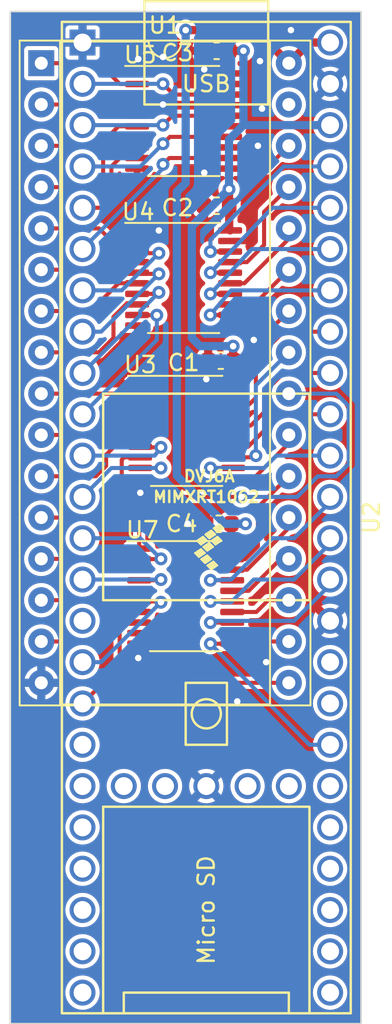
<source format=kicad_pcb>
(kicad_pcb (version 20221018) (generator pcbnew)
  (layers (0 "F.Cu" signal) (31 "B.Cu" signal) (34 "B.Paste" user) (35 "F.Paste" user) (36 "B.SilkS" user "B.Silkscreen") (37 "F.SilkS" user "F.Silkscreen") (38 "B.Mask" user) (39 "F.Mask" user) (44 "Edge.Cuts" user))
  (net 0 "")
  (net 1 "+3.3V")
  (net 2 "GND")
  (net 3 "+5V")
  (net 4 "V5_A18")
  (net 5 "V5_A16")
  (net 6 "V5_A15")
  (net 7 "V5_A12")
  (net 8 "V5_A7")
  (net 9 "V5_A6")
  (net 10 "V5_A5")
  (net 11 "V5_A4")
  (net 12 "V5_A3")
  (net 13 "V5_A2")
  (net 14 "V5_A1")
  (net 15 "V5_A0")
  (net 16 "V5_D0")
  (net 17 "V5_D1")
  (net 18 "V5_D2")
  (net 19 "V5_D3")
  (net 20 "V5_D4")
  (net 21 "V5_D5")
  (net 22 "V5_D6")
  (net 23 "V5_D7")
  (net 24 "~{CE}")
  (net 25 "V5_A10")
  (net 26 "~{OE}")
  (net 27 "V5_A11")
  (net 28 "V5_A9")
  (net 29 "V5_A8")
  (net 30 "V5_A13")
  (net 31 "V5_A14")
  (net 32 "V5_A17")
  (net 34 "V3_A8")
  (net 35 "V3_A6")
  (net 36 "V3_A2")
  (net 37 "V3_A1")
  (net 38 "V3_A0")
  (net 39 "V3_A15")
  (net 40 "V3_A14")
  (net 41 "V3_A12")
  (net 42 "V3_A13")
  (net 43 "V3_A7")
  (net 44 "V3_A5")
  (net 45 "V3_A11")
  (net 46 "V3_A4")
  (net 47 "V3_A10")
  (net 48 "V3_A3")
  (net 61 "V3_A16")
  (net 64 "V3_A18")
  (net 65 "V3_A17")
  (net 69 "V3_D3")
  (net 70 "V3_D4")
  (net 71 "V3_D5")
  (net 72 "V3_D6")
  (net 73 "V3_D7")
  (net 74 "V3_D2")
  (net 75 "V3_D1")
  (net 76 "V3_D0")
  (net 83 "V3_A9")
  (footprint "Capacitor_SMD:C_0603_1608Metric" (layer "F.Cu") (at 136.779 98.298 180)
    (fp_text reference "C1" (at 2.286 -0.127) (layer "F.SilkS"))
    (fp_text value ".1uF")
    (pad "1" smd roundrect (at -0.775 0 180) (size 0.9 0.95) (layers "F.Cu" "F.Paste" "F.Mask") (net 1 "+3.3V"))
    (pad "2" smd roundrect (at 0.775 0 180) (size 0.9 0.95) (layers "F.Cu" "F.Paste" "F.Mask") (net 2 "GND"))
  )
  (footprint "Libraries:Teensy41_Fewer_Pins" (layer "F.Cu") (at 135.89 107.95 -90)
    (fp_text reference "U2" (at 0 -10.16 90) (layer "F.SilkS"))
    (fp_text value "Teensy4.1_Fewer_Pins")
    (fp_text user "DVJ6A" (at -2.54 -0.18) (layer "F.SilkS") (effects (font (size 0.7 0.7))))
    (fp_text user "USB" (at -26.67 0) (layer "F.SilkS"))
    (fp_text user "Micro SD" (at 24.13 0 90) (layer "F.SilkS"))
    (fp_text user "MIMXRT1062" (at -1.27 0) (layer "F.SilkS") (effects (font (size 0.7 0.7))))
    (pad "1" thru_hole rect (at -29.21 7.62 270) (size 1.6 1.6) (drill 1.1) (layers "*.Cu" "*.Mask") (net 2 "GND"))
    (pad "2" thru_hole circle (at -26.67 7.62 270) (size 1.6 1.6) (drill 1.1) (layers "*.Cu" "*.Mask") (net 64 "V3_A18"))
    (pad "3" thru_hole circle (at -24.13 7.62 270) (size 1.6 1.6) (drill 1.1) (layers "*.Cu" "*.Mask") (net 61 "V3_A16"))
    (pad "4" thru_hole circle (at -21.59 7.62 270) (size 1.6 1.6) (drill 1.1) (layers "*.Cu" "*.Mask") (net 39 "V3_A15"))
    (pad "5" thru_hole circle (at -19.05 7.62 270) (size 1.6 1.6) (drill 1.1) (layers "*.Cu" "*.Mask") (net 65 "V3_A17"))
    (pad "6" thru_hole circle (at -16.51 7.62 270) (size 1.6 1.6) (drill 1.1) (layers "*.Cu" "*.Mask") (net 41 "V3_A12"))
    (pad "7" thru_hole circle (at -13.97 7.62 270) (size 1.6 1.6) (drill 1.1) (layers "*.Cu" "*.Mask") (net 40 "V3_A14"))
    (pad "8" thru_hole circle (at -11.43 7.62 270) (size 1.6 1.6) (drill 1.1) (layers "*.Cu" "*.Mask") (net 42 "V3_A13"))
    (pad "9" thru_hole circle (at -8.89 7.62 270) (size 1.6 1.6) (drill 1.1) (layers "*.Cu" "*.Mask") (net 34 "V3_A8"))
    (pad "10" thru_hole circle (at -6.35 7.62 270) (size 1.6 1.6) (drill 1.1) (layers "*.Cu" "*.Mask") (net 83 "V3_A9"))
    (pad "11" thru_hole circle (at -3.81 7.62 270) (size 1.6 1.6) (drill 1.1) (layers "*.Cu" "*.Mask") (net 45 "V3_A11"))
    (pad "12" thru_hole circle (at -1.27 7.62 270) (size 1.6 1.6) (drill 1.1) (layers "*.Cu" "*.Mask") (net 47 "V3_A10"))
    (pad "13" thru_hole circle (at 1.27 7.62 270) (size 1.6 1.6) (drill 1.1) (layers "*.Cu" "*.Mask") (net 73 "V3_D7"))
    (pad "14" thru_hole circle (at 3.81 7.62 270) (size 1.6 1.6) (drill 1.1) (layers "*.Cu" "*.Mask") (net 72 "V3_D6"))
    (pad "15" thru_hole circle (at 6.35 7.62 270) (size 1.6 1.6) (drill 1.1) (layers "*.Cu" "*.Mask"))
    (pad "16" thru_hole circle (at 8.89 7.62 270) (size 1.6 1.6) (drill 1.1) (layers "*.Cu" "*.Mask") (net 71 "V3_D5"))
    (pad "17" thru_hole circle (at 11.43 7.62 270) (size 1.6 1.6) (drill 1.1) (layers "*.Cu" "*.Mask") (net 70 "V3_D4"))
    (pad "18" thru_hole circle (at 13.97 7.62 270) (size 1.6 1.6) (drill 1.1) (layers "*.Cu" "*.Mask"))
    (pad "19" thru_hole circle (at 16.51 7.62 270) (size 1.6 1.6) (drill 1.1) (layers "*.Cu" "*.Mask"))
    (pad "20" thru_hole circle (at 19.05 7.62 270) (size 1.6 1.6) (drill 1.1) (layers "*.Cu" "*.Mask"))
    (pad "21" thru_hole circle (at 21.59 7.62 270) (size 1.6 1.6) (drill 1.1) (layers "*.Cu" "*.Mask"))
    (pad "22" thru_hole circle (at 24.13 7.62 270) (size 1.6 1.6) (drill 1.1) (layers "*.Cu" "*.Mask"))
    (pad "23" thru_hole circle (at 26.67 7.62 270) (size 1.6 1.6) (drill 1.1) (layers "*.Cu" "*.Mask"))
    (pad "24" thru_hole circle (at 29.21 7.62 270) (size 1.6 1.6) (drill 1.1) (layers "*.Cu" "*.Mask"))
    (pad "25" thru_hole circle (at 29.21 -7.62 270) (size 1.6 1.6) (drill 1.1) (layers "*.Cu" "*.Mask"))
    (pad "26" thru_hole circle (at 26.67 -7.62 270) (size 1.6 1.6) (drill 1.1) (layers "*.Cu" "*.Mask"))
    (pad "27" thru_hole circle (at 24.13 -7.62 270) (size 1.6 1.6) (drill 1.1) (layers "*.Cu" "*.Mask"))
    (pad "28" thru_hole circle (at 21.59 -7.62 270) (size 1.6 1.6) (drill 1.1) (layers "*.Cu" "*.Mask"))
    (pad "29" thru_hole circle (at 19.05 -7.62 270) (size 1.6 1.6) (drill 1.1) (layers "*.Cu" "*.Mask"))
    (pad "30" thru_hole circle (at 16.51 -7.62 270) (size 1.6 1.6) (drill 1.1) (layers "*.Cu" "*.Mask"))
    (pad "31" thru_hole circle (at 13.97 -7.62 270) (size 1.6 1.6) (drill 1.1) (layers "*.Cu" "*.Mask") (net 69 "V3_D3"))
    (pad "32" thru_hole circle (at 11.43 -7.62 270) (size 1.6 1.6) (drill 1.1) (layers "*.Cu" "*.Mask"))
    (pad "33" thru_hole circle (at 8.89 -7.62 270) (size 1.6 1.6) (drill 1.1) (layers "*.Cu" "*.Mask"))
    (pad "34" thru_hole circle (at 6.35 -7.62 270) (size 1.6 1.6) (drill 1.1) (layers "*.Cu" "*.Mask") (net 2 "GND"))
    (pad "35" thru_hole circle (at 3.81 -7.62 270) (size 1.6 1.6) (drill 1.1) (layers "*.Cu" "*.Mask") (net 74 "V3_D2"))
    (pad "36" thru_hole circle (at 1.27 -7.62 270) (size 1.6 1.6) (drill 1.1) (layers "*.Cu" "*.Mask") (net 75 "V3_D1"))
    (pad "37" thru_hole circle (at -1.27 -7.62 270) (size 1.6 1.6) (drill 1.1) (layers "*.Cu" "*.Mask") (net 76 "V3_D0"))
    (pad "38" thru_hole circle (at -3.81 -7.62 270) (size 1.6 1.6) (drill 1.1) (layers "*.Cu" "*.Mask") (net 38 "V3_A0"))
    (pad "39" thru_hole circle (at -6.35 -7.62 270) (size 1.6 1.6) (drill 1.1) (layers "*.Cu" "*.Mask") (net 37 "V3_A1"))
    (pad "40" thru_hole circle (at -8.89 -7.62 270) (size 1.6 1.6) (drill 1.1) (layers "*.Cu" "*.Mask") (net 36 "V3_A2"))
    (pad "41" thru_hole circle (at -11.43 -7.62 270) (size 1.6 1.6) (drill 1.1) (layers "*.Cu" "*.Mask") (net 48 "V3_A3"))
    (pad "42" thru_hole circle (at -13.97 -7.62 270) (size 1.6 1.6) (drill 1.1) (layers "*.Cu" "*.Mask") (net 46 "V3_A4"))
    (pad "43" thru_hole circle (at -16.51 -7.62 270) (size 1.6 1.6) (drill 1.1) (layers "*.Cu" "*.Mask") (net 44 "V3_A5"))
    (pad "44" thru_hole circle (at -19.05 -7.62 270) (size 1.6 1.6) (drill 1.1) (layers "*.Cu" "*.Mask") (net 35 "V3_A6"))
    (pad "45" thru_hole circle (at -21.59 -7.62 270) (size 1.6 1.6) (drill 1.1) (layers "*.Cu" "*.Mask") (net 43 "V3_A7"))
    (pad "46" thru_hole circle (at -24.13 -7.62 270) (size 1.6 1.6) (drill 1.1) (layers "*.Cu" "*.Mask") (net 1 "+3.3V"))
    (pad "47" thru_hole circle (at -26.67 -7.62 270) (size 1.6 1.6) (drill 1.1) (layers "*.Cu" "*.Mask") (net 2 "GND"))
    (pad "48" thru_hole circle (at -29.21 -7.62 270) (size 1.6 1.6) (drill 1.1) (layers "*.Cu" "*.Mask") (net 3 "+5V"))
    (pad "50" thru_hole circle (at 16.51 5.08 270) (size 1.6 1.6) (drill 1.1) (layers "*.Cu" "*.Mask"))
    (pad "51" thru_hole circle (at 16.51 2.54 270) (size 1.6 1.6) (drill 1.1) (layers "*.Cu" "*.Mask"))
    (pad "52" thru_hole circle (at 16.51 0 270) (size 1.6 1.6) (drill 1.1) (layers "*.Cu" "*.Mask") (net 2 "GND"))
    (pad "53" thru_hole circle (at 16.51 -2.54 270) (size 1.6 1.6) (drill 1.1) (layers "*.Cu" "*.Mask"))
    (pad "54" thru_hole circle (at 16.51 -5.08 270) (size 1.6 1.6) (drill 1.1) (layers "*.Cu" "*.Mask"))
  )
  (footprint "Package_DIP:DIP-32_W15.24mm_Socket" (layer "F.Cu") (at 125.73 80.01)
    (fp_text reference "U1" (at 7.62 -2.33) (layer "F.SilkS"))
    (fp_text value "SST39SF040")
    (pad "1" thru_hole rect (at 0 0) (size 1.6 1.6) (drill 0.8) (layers "*.Cu" "*.Mask") (net 4 "V5_A18"))
    (pad "2" thru_hole oval (at 0 2.54) (size 1.6 1.6) (drill 0.8) (layers "*.Cu" "*.Mask") (net 5 "V5_A16"))
    (pad "3" thru_hole oval (at 0 5.08) (size 1.6 1.6) (drill 0.8) (layers "*.Cu" "*.Mask") (net 6 "V5_A15"))
    (pad "4" thru_hole oval (at 0 7.62) (size 1.6 1.6) (drill 0.8) (layers "*.Cu" "*.Mask") (net 7 "V5_A12"))
    (pad "5" thru_hole oval (at 0 10.16) (size 1.6 1.6) (drill 0.8) (layers "*.Cu" "*.Mask") (net 8 "V5_A7"))
    (pad "6" thru_hole oval (at 0 12.7) (size 1.6 1.6) (drill 0.8) (layers "*.Cu" "*.Mask") (net 9 "V5_A6"))
    (pad "7" thru_hole oval (at 0 15.24) (size 1.6 1.6) (drill 0.8) (layers "*.Cu" "*.Mask") (net 10 "V5_A5"))
    (pad "8" thru_hole oval (at 0 17.78) (size 1.6 1.6) (drill 0.8) (layers "*.Cu" "*.Mask") (net 11 "V5_A4"))
    (pad "9" thru_hole oval (at 0 20.32) (size 1.6 1.6) (drill 0.8) (layers "*.Cu" "*.Mask") (net 12 "V5_A3"))
    (pad "10" thru_hole oval (at 0 22.86) (size 1.6 1.6) (drill 0.8) (layers "*.Cu" "*.Mask") (net 13 "V5_A2"))
    (pad "11" thru_hole oval (at 0 25.4) (size 1.6 1.6) (drill 0.8) (layers "*.Cu" "*.Mask") (net 14 "V5_A1"))
    (pad "12" thru_hole oval (at 0 27.94) (size 1.6 1.6) (drill 0.8) (layers "*.Cu" "*.Mask") (net 15 "V5_A0"))
    (pad "13" thru_hole oval (at 0 30.48) (size 1.6 1.6) (drill 0.8) (layers "*.Cu" "*.Mask") (net 16 "V5_D0"))
    (pad "14" thru_hole oval (at 0 33.02) (size 1.6 1.6) (drill 0.8) (layers "*.Cu" "*.Mask") (net 17 "V5_D1"))
    (pad "15" thru_hole oval (at 0 35.56) (size 1.6 1.6) (drill 0.8) (layers "*.Cu" "*.Mask") (net 18 "V5_D2"))
    (pad "16" thru_hole oval (at 0 38.1) (size 1.6 1.6) (drill 0.8) (layers "*.Cu" "*.Mask") (net 2 "GND"))
    (pad "17" thru_hole oval (at 15.24 38.1) (size 1.6 1.6) (drill 0.8) (layers "*.Cu" "*.Mask") (net 19 "V5_D3"))
    (pad "18" thru_hole oval (at 15.24 35.56) (size 1.6 1.6) (drill 0.8) (layers "*.Cu" "*.Mask") (net 20 "V5_D4"))
    (pad "19" thru_hole oval (at 15.24 33.02) (size 1.6 1.6) (drill 0.8) (layers "*.Cu" "*.Mask") (net 21 "V5_D5"))
    (pad "20" thru_hole oval (at 15.24 30.48) (size 1.6 1.6) (drill 0.8) (layers "*.Cu" "*.Mask") (net 22 "V5_D6"))
    (pad "21" thru_hole oval (at 15.24 27.94) (size 1.6 1.6) (drill 0.8) (layers "*.Cu" "*.Mask") (net 23 "V5_D7"))
    (pad "22" thru_hole oval (at 15.24 25.4) (size 1.6 1.6) (drill 0.8) (layers "*.Cu" "*.Mask") (net 24 "~{CE}"))
    (pad "23" thru_hole oval (at 15.24 22.86) (size 1.6 1.6) (drill 0.8) (layers "*.Cu" "*.Mask") (net 25 "V5_A10"))
    (pad "24" thru_hole oval (at 15.24 20.32) (size 1.6 1.6) (drill 0.8) (layers "*.Cu" "*.Mask") (net 26 "~{OE}"))
    (pad "25" thru_hole oval (at 15.24 17.78) (size 1.6 1.6) (drill 0.8) (layers "*.Cu" "*.Mask") (net 27 "V5_A11"))
    (pad "26" thru_hole oval (at 15.24 15.24) (size 1.6 1.6) (drill 0.8) (layers "*.Cu" "*.Mask") (net 28 "V5_A9"))
    (pad "27" thru_hole oval (at 15.24 12.7) (size 1.6 1.6) (drill 0.8) (layers "*.Cu" "*.Mask") (net 29 "V5_A8"))
    (pad "28" thru_hole oval (at 15.24 10.16) (size 1.6 1.6) (drill 0.8) (layers "*.Cu" "*.Mask") (net 30 "V5_A13"))
    (pad "29" thru_hole oval (at 15.24 7.62) (size 1.6 1.6) (drill 0.8) (layers "*.Cu" "*.Mask") (net 31 "V5_A14"))
    (pad "30" thru_hole oval (at 15.24 5.08) (size 1.6 1.6) (drill 0.8) (layers "*.Cu" "*.Mask") (net 32 "V5_A17"))
    (pad "31" thru_hole oval (at 15.24 2.54) (size 1.6 1.6) (drill 0.8) (layers "*.Cu" "*.Mask"))
    (pad "32" thru_hole oval (at 15.24 0) (size 1.6 1.6) (drill 0.8) (layers "*.Cu" "*.Mask") (net 3 "+5V"))
  )
  (footprint "Capacitor_SMD:C_0603_1608Metric" (layer "F.Cu") (at 136.525 88.773 180)
    (fp_text reference "C2" (at 2.413 -0.127) (layer "F.SilkS"))
    (fp_text value ".1uF")
    (pad "1" smd roundrect (at -0.775 0 180) (size 0.9 0.95) (layers "F.Cu" "F.Paste" "F.Mask") (net 1 "+3.3V"))
    (pad "2" smd roundrect (at 0.775 0 180) (size 0.9 0.95) (layers "F.Cu" "F.Paste" "F.Mask") (net 2 "GND"))
  )
  (footprint "Package_SO:TSSOP-20_4.4x6.5mm_P0.65mm" (layer "F.Cu") (at 134.6785 102.62)
    (fp_text reference "U3" (at -2.8525 -4.068) (layer "F.SilkS"))
    (fp_text value "74HC244")
    (pad "1" smd roundrect (at -2.8625 -2.925) (size 1.475 0.4) (layers "F.Cu" "F.Paste" "F.Mask") (net 2 "GND"))
    (pad "2" smd roundrect (at -2.8625 -2.275) (size 1.475 0.4) (layers "F.Cu" "F.Paste" "F.Mask") (net 12 "V5_A3"))
    (pad "3" smd roundrect (at -2.8625 -1.625) (size 1.475 0.4) (layers "F.Cu" "F.Paste" "F.Mask"))
    (pad "4" smd roundrect (at -2.8625 -0.975) (size 1.475 0.4) (layers "F.Cu" "F.Paste" "F.Mask") (net 13 "V5_A2"))
    (pad "5" smd roundrect (at -2.8625 -0.325) (size 1.475 0.4) (layers "F.Cu" "F.Paste" "F.Mask"))
    (pad "6" smd roundrect (at -2.8625 0.325) (size 1.475 0.4) (layers "F.Cu" "F.Paste" "F.Mask") (net 14 "V5_A1"))
    (pad "7" smd roundrect (at -2.8625 0.975) (size 1.475 0.4) (layers "F.Cu" "F.Paste" "F.Mask") (net 45 "V3_A11"))
    (pad "8" smd roundrect (at -2.8625 1.625) (size 1.475 0.4) (layers "F.Cu" "F.Paste" "F.Mask") (net 15 "V5_A0"))
    (pad "9" smd roundrect (at -2.8625 2.275) (size 1.475 0.4) (layers "F.Cu" "F.Paste" "F.Mask") (net 47 "V3_A10"))
    (pad "10" smd roundrect (at -2.8625 2.925) (size 1.475 0.4) (layers "F.Cu" "F.Paste" "F.Mask") (net 2 "GND"))
    (pad "11" smd roundrect (at 2.8625 2.925) (size 1.475 0.4) (layers "F.Cu" "F.Paste" "F.Mask") (net 25 "V5_A10"))
    (pad "12" smd roundrect (at 2.8625 2.275) (size 1.475 0.4) (layers "F.Cu" "F.Paste" "F.Mask") (net 38 "V3_A0"))
    (pad "13" smd roundrect (at 2.8625 1.625) (size 1.475 0.4) (layers "F.Cu" "F.Paste" "F.Mask") (net 27 "V5_A11"))
    (pad "14" smd roundrect (at 2.8625 0.975) (size 1.475 0.4) (layers "F.Cu" "F.Paste" "F.Mask") (net 37 "V3_A1"))
    (pad "15" smd roundrect (at 2.8625 0.325) (size 1.475 0.4) (layers "F.Cu" "F.Paste" "F.Mask") (net 2 "GND"))
    (pad "16" smd roundrect (at 2.8625 -0.325) (size 1.475 0.4) (layers "F.Cu" "F.Paste" "F.Mask") (net 36 "V3_A2"))
    (pad "17" smd roundrect (at 2.8625 -0.975) (size 1.475 0.4) (layers "F.Cu" "F.Paste" "F.Mask") (net 2 "GND"))
    (pad "18" smd roundrect (at 2.8625 -1.625) (size 1.475 0.4) (layers "F.Cu" "F.Paste" "F.Mask") (net 48 "V3_A3"))
    (pad "19" smd roundrect (at 2.8625 -2.275) (size 1.475 0.4) (layers "F.Cu" "F.Paste" "F.Mask") (net 2 "GND"))
    (pad "20" smd roundrect (at 2.8625 -2.925) (size 1.475 0.4) (layers "F.Cu" "F.Paste" "F.Mask") (net 1 "+3.3V"))
  )
  (footprint "Package_SO:TSSOP-20_4.4x6.5mm_P0.65mm" (layer "F.Cu") (at 134.493 93.218)
    (fp_text reference "U4" (at -2.794 -4.064) (layer "F.SilkS"))
    (fp_text value "74HC244")
    (pad "1" smd roundrect (at -2.8625 -2.925) (size 1.475 0.4) (layers "F.Cu" "F.Paste" "F.Mask") (net 2 "GND"))
    (pad "2" smd roundrect (at -2.8625 -2.275) (size 1.475 0.4) (layers "F.Cu" "F.Paste" "F.Mask") (net 8 "V5_A7"))
    (pad "3" smd roundrect (at -2.8625 -1.625) (size 1.475 0.4) (layers "F.Cu" "F.Paste" "F.Mask") (net 40 "V3_A14"))
    (pad "4" smd roundrect (at -2.8625 -0.975) (size 1.475 0.4) (layers "F.Cu" "F.Paste" "F.Mask") (net 9 "V5_A6"))
    (pad "5" smd roundrect (at -2.8625 -0.325) (size 1.475 0.4) (layers "F.Cu" "F.Paste" "F.Mask") (net 42 "V3_A13"))
    (pad "6" smd roundrect (at -2.8625 0.325) (size 1.475 0.4) (layers "F.Cu" "F.Paste" "F.Mask") (net 10 "V5_A5"))
    (pad "7" smd roundrect (at -2.8625 0.975) (size 1.475 0.4) (layers "F.Cu" "F.Paste" "F.Mask") (net 34 "V3_A8"))
    (pad "8" smd roundrect (at -2.8625 1.625) (size 1.475 0.4) (layers "F.Cu" "F.Paste" "F.Mask") (net 11 "V5_A4"))
    (pad "9" smd roundrect (at -2.8625 2.275) (size 1.475 0.4) (layers "F.Cu" "F.Paste" "F.Mask") (net 83 "V3_A9"))
    (pad "10" smd roundrect (at -2.8625 2.925) (size 1.475 0.4) (layers "F.Cu" "F.Paste" "F.Mask") (net 2 "GND"))
    (pad "11" smd roundrect (at 2.8625 2.925) (size 1.475 0.4) (layers "F.Cu" "F.Paste" "F.Mask") (net 28 "V5_A9"))
    (pad "12" smd roundrect (at 2.8625 2.275) (size 1.475 0.4) (layers "F.Cu" "F.Paste" "F.Mask") (net 46 "V3_A4"))
    (pad "13" smd roundrect (at 2.8625 1.625) (size 1.475 0.4) (layers "F.Cu" "F.Paste" "F.Mask") (net 29 "V5_A8"))
    (pad "14" smd roundrect (at 2.8625 0.975) (size 1.475 0.4) (layers "F.Cu" "F.Paste" "F.Mask") (net 44 "V3_A5"))
    (pad "15" smd roundrect (at 2.8625 0.325) (size 1.475 0.4) (layers "F.Cu" "F.Paste" "F.Mask") (net 30 "V5_A13"))
    (pad "16" smd roundrect (at 2.8625 -0.325) (size 1.475 0.4) (layers "F.Cu" "F.Paste" "F.Mask") (net 35 "V3_A6"))
    (pad "17" smd roundrect (at 2.8625 -0.975) (size 1.475 0.4) (layers "F.Cu" "F.Paste" "F.Mask") (net 31 "V5_A14"))
    (pad "18" smd roundrect (at 2.8625 -1.625) (size 1.475 0.4) (layers "F.Cu" "F.Paste" "F.Mask") (net 43 "V3_A7"))
    (pad "19" smd roundrect (at 2.8625 -2.275) (size 1.475 0.4) (layers "F.Cu" "F.Paste" "F.Mask") (net 2 "GND"))
    (pad "20" smd roundrect (at 2.8625 -2.925) (size 1.475 0.4) (layers "F.Cu" "F.Paste" "F.Mask") (net 1 "+3.3V"))
  )
  (footprint "Capacitor_SMD:C_0603_1608Metric" (layer "F.Cu") (at 136.652 108.331 180)
    (fp_text reference "C4" (at 2.286 0) (layer "F.SilkS"))
    (fp_text value ".1uF")
    (pad "1" smd roundrect (at -0.775 0 180) (size 0.9 0.95) (layers "F.Cu" "F.Paste" "F.Mask") (net 3 "+5V"))
    (pad "2" smd roundrect (at 0.775 0 180) (size 0.9 0.95) (layers "F.Cu" "F.Paste" "F.Mask") (net 2 "GND"))
  )
  (footprint "Package_SO:TSSOP-20_4.4x6.5mm_P0.65mm" (layer "F.Cu") (at 134.493 83.566)
    (fp_text reference "U5" (at -2.667 -4.064) (layer "F.SilkS"))
    (fp_text value "74HC244")
    (pad "1" smd roundrect (at -2.8625 -2.925) (size 1.475 0.4) (layers "F.Cu" "F.Paste" "F.Mask") (net 2 "GND"))
    (pad "2" smd roundrect (at -2.8625 -2.275) (size 1.475 0.4) (layers "F.Cu" "F.Paste" "F.Mask") (net 4 "V5_A18"))
    (pad "3" smd roundrect (at -2.8625 -1.625) (size 1.475 0.4) (layers "F.Cu" "F.Paste" "F.Mask"))
    (pad "4" smd roundrect (at -2.8625 -0.975) (size 1.475 0.4) (layers "F.Cu" "F.Paste" "F.Mask") (net 5 "V5_A16"))
    (pad "5" smd roundrect (at -2.8625 -0.325) (size 1.475 0.4) (layers "F.Cu" "F.Paste" "F.Mask"))
    (pad "6" smd roundrect (at -2.8625 0.325) (size 1.475 0.4) (layers "F.Cu" "F.Paste" "F.Mask") (net 6 "V5_A15"))
    (pad "7" smd roundrect (at -2.8625 0.975) (size 1.475 0.4) (layers "F.Cu" "F.Paste" "F.Mask"))
    (pad "8" smd roundrect (at -2.8625 1.625) (size 1.475 0.4) (layers "F.Cu" "F.Paste" "F.Mask") (net 7 "V5_A12"))
    (pad "9" smd roundrect (at -2.8625 2.275) (size 1.475 0.4) (layers "F.Cu" "F.Paste" "F.Mask") (net 65 "V3_A17"))
    (pad "10" smd roundrect (at -2.8625 2.925) (size 1.475 0.4) (layers "F.Cu" "F.Paste" "F.Mask") (net 2 "GND"))
    (pad "11" smd roundrect (at 2.8625 2.925) (size 1.475 0.4) (layers "F.Cu" "F.Paste" "F.Mask") (net 32 "V5_A17"))
    (pad "12" smd roundrect (at 2.8625 2.275) (size 1.475 0.4) (layers "F.Cu" "F.Paste" "F.Mask") (net 41 "V3_A12"))
    (pad "13" smd roundrect (at 2.8625 1.625) (size 1.475 0.4) (layers "F.Cu" "F.Paste" "F.Mask"))
    (pad "14" smd roundrect (at 2.8625 0.975) (size 1.475 0.4) (layers "F.Cu" "F.Paste" "F.Mask") (net 39 "V3_A15"))
    (pad "15" smd roundrect (at 2.8625 0.325) (size 1.475 0.4) (layers "F.Cu" "F.Paste" "F.Mask"))
    (pad "16" smd roundrect (at 2.8625 -0.325) (size 1.475 0.4) (layers "F.Cu" "F.Paste" "F.Mask") (net 61 "V3_A16"))
    (pad "17" smd roundrect (at 2.8625 -0.975) (size 1.475 0.4) (layers "F.Cu" "F.Paste" "F.Mask"))
    (pad "18" smd roundrect (at 2.8625 -1.625) (size 1.475 0.4) (layers "F.Cu" "F.Paste" "F.Mask") (net 64 "V3_A18"))
    (pad "19" smd roundrect (at 2.8625 -2.275) (size 1.475 0.4) (layers "F.Cu" "F.Paste" "F.Mask") (net 2 "GND"))
    (pad "20" smd roundrect (at 2.8625 -2.925) (size 1.475 0.4) (layers "F.Cu" "F.Paste" "F.Mask") (net 1 "+3.3V"))
  )
  (footprint "Capacitor_SMD:C_0603_1608Metric" (layer "F.Cu") (at 136.525 79.248 180)
    (fp_text reference "C3" (at 2.413 -0.127) (layer "F.SilkS"))
    (fp_text value ".1uF")
    (pad "1" smd roundrect (at -0.775 0 180) (size 0.9 0.95) (layers "F.Cu" "F.Paste" "F.Mask") (net 1 "+3.3V"))
    (pad "2" smd roundrect (at 0.775 0 180) (size 0.9 0.95) (layers "F.Cu" "F.Paste" "F.Mask") (net 2 "GND"))
  )
  (footprint "Package_SO:TSSOP-20_4.4x6.5mm_P0.65mm" (layer "F.Cu") (at 134.62 112.78)
    (fp_text reference "U7" (at -2.667 -4.068) (layer "F.SilkS"))
    (fp_text value "74HC244")
    (pad "1" smd roundrect (at -2.8625 -2.925) (size 1.475 0.4) (layers "F.Cu" "F.Paste" "F.Mask") (net 26 "~{OE}"))
    (pad "2" smd roundrect (at -2.8625 -2.275) (size 1.475 0.4) (layers "F.Cu" "F.Paste" "F.Mask") (net 73 "V3_D7"))
    (pad "3" smd roundrect (at -2.8625 -1.625) (size 1.475 0.4) (layers "F.Cu" "F.Paste" "F.Mask") (net 16 "V5_D0"))
    (pad "4" smd roundrect (at -2.8625 -0.975) (size 1.475 0.4) (layers "F.Cu" "F.Paste" "F.Mask") (net 72 "V3_D6"))
    (pad "5" smd roundrect (at -2.8625 -0.325) (size 1.475 0.4) (layers "F.Cu" "F.Paste" "F.Mask") (net 17 "V5_D1"))
    (pad "6" smd roundrect (at -2.8625 0.325) (size 1.475 0.4) (layers "F.Cu" "F.Paste" "F.Mask") (net 71 "V3_D5"))
    (pad "7" smd roundrect (at -2.8625 0.975) (size 1.475 0.4) (layers "F.Cu" "F.Paste" "F.Mask") (net 18 "V5_D2"))
    (pad "8" smd roundrect (at -2.8625 1.625) (size 1.475 0.4) (layers "F.Cu" "F.Paste" "F.Mask") (net 70 "V3_D4"))
    (pad "9" smd roundrect (at -2.8625 2.275) (size 1.475 0.4) (layers "F.Cu" "F.Paste" "F.Mask") (net 19 "V5_D3"))
    (pad "10" smd roundrect (at -2.8625 2.925) (size 1.475 0.4) (layers "F.Cu" "F.Paste" "F.Mask") (net 2 "GND"))
    (pad "11" smd roundrect (at 2.8625 2.925) (size 1.475 0.4) (layers "F.Cu" "F.Paste" "F.Mask") (net 69 "V3_D3"))
    (pad "12" smd roundrect (at 2.8625 2.275) (size 1.475 0.4) (layers "F.Cu" "F.Paste" "F.Mask") (net 20 "V5_D4"))
    (pad "13" smd roundrect (at 2.8625 1.625) (size 1.475 0.4) (layers "F.Cu" "F.Paste" "F.Mask") (net 74 "V3_D2"))
    (pad "14" smd roundrect (at 2.8625 0.975) (size 1.475 0.4) (layers "F.Cu" "F.Paste" "F.Mask") (net 21 "V5_D5"))
    (pad "15" smd roundrect (at 2.8625 0.325) (size 1.475 0.4) (layers "F.Cu" "F.Paste" "F.Mask") (net 75 "V3_D1"))
    (pad "16" smd roundrect (at 2.8625 -0.325) (size 1.475 0.4) (layers "F.Cu" "F.Paste" "F.Mask") (net 22 "V5_D6"))
    (pad "17" smd roundrect (at 2.8625 -0.975) (size 1.475 0.4) (layers "F.Cu" "F.Paste" "F.Mask") (net 76 "V3_D0"))
    (pad "18" smd roundrect (at 2.8625 -1.625) (size 1.475 0.4) (layers "F.Cu" "F.Paste" "F.Mask") (net 23 "V5_D7"))
    (pad "19" smd roundrect (at 2.8625 -2.275) (size 1.475 0.4) (layers "F.Cu" "F.Paste" "F.Mask") (net 24 "~{CE}"))
    (pad "20" smd roundrect (at 2.8625 -2.925) (size 1.475 0.4) (layers "F.Cu" "F.Paste" "F.Mask") (net 3 "+5V"))
  )
  (gr_rect (start 123.825 76.835) (end 145.415 139.065) (stroke (width 0.1)) (fill none) (layer "Edge.Cuts"))
  (segment (start 137.3515 90.289) (end 137.3555 90.289) (width 0.508) (layer "F.Cu") (net 1))
  (segment (start 137.541 98.285) (end 137.554 98.298) (width 0.508) (layer "F.Cu") (net 1))
  (segment (start 137.3 90.2375) (end 137.3515 90.289) (width 0.508) (layer "F.Cu") (net 1))
  (segment (start 137.3515 80.637) (end 137.3555 80.637) (width 0.508) (layer "F.Cu") (net 1))
  (segment (start 137.545 99.691) (end 137.541 99.691) (width 0.508) (layer "F.Cu") (net 1))
  (segment (start 137.554 99.682) (end 137.545 99.691) (width 0.508) (layer "F.Cu") (net 1))
  (segment (start 137.541 97.409) (end 137.541 98.285) (width 0.508) (layer "F.Cu") (net 1))
  (segment (start 137.287 88.76) (end 137.3 88.773) (width 0.508) (layer "F.Cu") (net 1))
  (segment (start 137.554 98.298) (end 137.554 99.682) (width 0.508) (layer "F.Cu") (net 1))
  (segment (start 137.3 79.248) (end 137.3 80.5855) (width 0.508) (layer "F.Cu") (net 1))
  (segment (start 138.176 79.248) (end 137.3 79.248) (width 0.508) (layer "F.Cu") (net 1))
  (segment (start 137.3 88.773) (end 137.3 90.2375) (width 0.508) (layer "F.Cu") (net 1))
  (segment (start 137.3 80.5855) (end 137.3515 80.637) (width 0.508) (layer "F.Cu") (net 1))
  (segment (start 137.287 87.757) (end 137.287 88.76) (width 0.508) (layer "F.Cu") (net 1))
  (segment (start 137.554 99.682) (end 137.541 99.695) (width 0.25) (layer "F.Cu") (net 1))
  (via (at 138.176 79.248) (size 0.8) (drill 0.4) (layers "F.Cu" "B.Cu") (net 1))
  (via (at 137.287 87.757) (size 0.8) (drill 0.4) (layers "F.Cu" "B.Cu") (net 1))
  (via (at 137.541 97.409) (size 0.8) (drill 0.4) (layers "F.Cu" "B.Cu") (net 1))
  (segment (start 138.176 83.82) (end 137.287 84.709) (width 0.508) (layer "B.Cu") (net 1))
  (segment (start 135.001 96.901) (end 135.509 97.409) (width 0.508) (layer "B.Cu") (net 1))
  (segment (start 143.51 83.82) (end 138.176 83.82) (width 0.508) (layer "B.Cu") (net 1))
  (segment (start 137.287 87.757) (end 135.001 90.043) (width 0.508) (layer "B.Cu") (net 1))
  (segment (start 135.509 97.409) (end 137.541 97.409) (width 0.508) (layer "B.Cu") (net 1))
  (segment (start 137.287 84.709) (end 137.287 87.757) (width 0.508) (layer "B.Cu") (net 1))
  (segment (start 138.176 83.82) (end 138.176 79.248) (width 0.508) (layer "B.Cu") (net 1))
  (segment (start 135.001 90.043) (end 135.001 96.901) (width 0.508) (layer "B.Cu") (net 1))
  (via (at 131.699 116.586) (size 0.8) (drill 0.4) (layers "F.Cu" "B.Cu") (net 2))
  (via (at 135.763 80.391) (size 0.8) (drill 0.4) (layers "F.Cu" "B.Cu") (net 2))
  (via (at 139.319 82.804) (size 0.8) (drill 0.4) (layers "F.Cu" "B.Cu") (net 2))
  (via (at 138.811 97.028) (size 0.8) (drill 0.4) (layers "F.Cu" "B.Cu") (net 2))
  (via (at 135.763 86.741) (size 0.8) (drill 0.4) (layers "F.Cu" "B.Cu") (net 2))
  (via (at 133.223 79.629) (size 0.8) (drill 0.4) (layers "F.Cu" "B.Cu") (net 2))
  (via (at 133.223 82.55) (size 0.8) (drill 0.4) (layers "F.Cu" "B.Cu") (net 2))
  (via (at 132.969 90.297) (size 0.8) (drill 0.4) (layers "F.Cu" "B.Cu") (net 2))
  (via (at 141.097 77.978) (size 0.8) (drill 0.4) (layers "F.Cu" "B.Cu") (net 2))
  (via (at 134.747 108.331) (size 0.8) (drill 0.4) (layers "F.Cu" "B.Cu") (net 2))
  (via (at 139.192 79.883) (size 0.8) (drill 0.4) (layers "F.Cu" "B.Cu") (net 2))
  (via (at 135.89 99.441) (size 0.8) (drill 0.4) (layers "F.Cu" "B.Cu") (net 2))
  (via (at 139.065 85.09) (size 0.8) (drill 0.4) (layers "F.Cu" "B.Cu") (net 2))
  (via (at 131.826 106.426) (size 0.8) (drill 0.4) (layers "F.Cu" "B.Cu") (net 2))
  (via (at 137.795 119.253) (size 0.8) (drill 0.4) (layers "F.Cu" "B.Cu") (net 2))
  (via (at 131.699 79.756) (size 0.8) (drill 0.4) (layers "F.Cu" "B.Cu") (net 2))
  (via (at 139.573 116.84) (size 0.8) (drill 0.4) (layers "F.Cu" "B.Cu") (net 2))
  (segment (start 138.303 108.331) (end 137.427 108.331) (width 0.508) (layer "F.Cu") (net 3))
  (segment (start 137.4785 109.851) (end 137.4825 109.851) (width 0.508) (layer "F.Cu") (net 3))
  (segment (start 137.427 108.331) (end 137.427 109.7995) (width 0.508) (layer "F.Cu") (net 3))
  (segment (start 142.24 78.74) (end 140.97 80.01) (width 0.508) (layer "F.Cu") (net 3))
  (segment (start 140.97 80.01) (end 138.938 77.978) (width 0.508) (layer "F.Cu") (net 3))
  (segment (start 138.938 77.978) (end 134.62 77.978) (width 0.508) (layer "F.Cu") (net 3))
  (segment (start 137.427 109.7995) (end 137.4785 109.851) (width 0.508) (layer "F.Cu") (net 3))
  (segment (start 143.51 78.74) (end 142.24 78.74) (width 0.508) (layer "F.Cu") (net 3))
  (via (at 138.303 108.331) (size 0.8) (drill 0.4) (layers "F.Cu" "B.Cu") (net 3))
  (via (at 134.62 77.978) (size 0.8) (drill 0.4) (layers "F.Cu" "B.Cu") (net 3))
  (segment (start 134.077 87.919) (end 134.077 105.375) (width 0.508) (layer "B.Cu") (net 3))
  (segment (start 134.62 77.978) (end 134.62 87.376) (width 0.508) (layer "B.Cu") (net 3))
  (segment (start 134.62 87.376) (end 134.077 87.919) (width 0.508) (layer "B.Cu") (net 3))
  (segment (start 134.077 105.375) (end 137.033 108.331) (width 0.508) (layer "B.Cu") (net 3))
  (segment (start 137.033 108.331) (end 138.303 108.331) (width 0.508) (layer "B.Cu") (net 3))
  (segment (start 130.567 81.291) (end 131.6305 81.291) (width 0.25) (layer "F.Cu") (net 4))
  (segment (start 125.73 80.01) (end 129.286 80.01) (width 0.25) (layer "F.Cu") (net 4))
  (segment (start 129.286 80.01) (end 130.567 81.291) (width 0.25) (layer "F.Cu") (net 4))
  (segment (start 125.73 82.55) (end 131.5895 82.55) (width 0.25) (layer "F.Cu") (net 5))
  (segment (start 131.5895 82.55) (end 131.6305 82.591) (width 0.25) (layer "F.Cu") (net 5))
  (segment (start 125.73 85.09) (end 129.286 85.09) (width 0.25) (layer "F.Cu") (net 6))
  (segment (start 130.485 83.891) (end 131.6305 83.891) (width 0.25) (layer "F.Cu") (net 6))
  (segment (start 129.286 85.09) (end 130.485 83.891) (width 0.25) (layer "F.Cu") (net 6))
  (segment (start 125.73 87.63) (end 128.905 87.63) (width 0.25) (layer "F.Cu") (net 7))
  (segment (start 128.905 87.63) (end 129.54 86.995) (width 0.25) (layer "F.Cu") (net 7))
  (segment (start 130.201 85.191) (end 131.6305 85.191) (width 0.25) (layer "F.Cu") (net 7))
  (segment (start 129.54 85.852) (end 130.201 85.191) (width 0.25) (layer "F.Cu") (net 7))
  (segment (start 129.54 86.995) (end 129.54 85.852) (width 0.25) (layer "F.Cu") (net 7))
  (segment (start 125.73 90.17) (end 129.286 90.17) (width 0.25) (layer "F.Cu") (net 8))
  (segment (start 130.059 90.943) (end 131.6305 90.943) (width 0.25) (layer "F.Cu") (net 8))
  (segment (start 129.286 90.17) (end 130.059 90.943) (width 0.25) (layer "F.Cu") (net 8))
  (segment (start 130.048 92.71) (end 130.515 92.243) (width 0.25) (layer "F.Cu") (net 9))
  (segment (start 125.73 92.71) (end 130.048 92.71) (width 0.25) (layer "F.Cu") (net 9))
  (segment (start 130.515 92.243) (end 131.6305 92.243) (width 0.25) (layer "F.Cu") (net 9))
  (segment (start 125.73 95.25) (end 128.778 95.25) (width 0.25) (layer "F.Cu") (net 10))
  (segment (start 128.778 95.25) (end 130.485 93.543) (width 0.25) (layer "F.Cu") (net 10))
  (segment (start 130.485 93.543) (end 131.6305 93.543) (width 0.25) (layer "F.Cu") (net 10))
  (segment (start 129.286 97.79) (end 130.175 96.901) (width 0.25) (layer "F.Cu") (net 11))
  (segment (start 125.73 97.79) (end 129.286 97.79) (width 0.25) (layer "F.Cu") (net 11))
  (segment (start 130.941959 94.843) (end 131.6305 94.843) (width 0.25) (layer "F.Cu") (net 11))
  (segment (start 130.175 95.609959) (end 130.941959 94.843) (width 0.25) (layer "F.Cu") (net 11))
  (segment (start 130.175 96.901) (end 130.175 95.609959) (width 0.25) (layer "F.Cu") (net 11))
  (segment (start 125.73 100.33) (end 131.801 100.33) (width 0.25) (layer "F.Cu") (net 12))
  (segment (start 131.801 100.33) (end 131.816 100.345) (width 0.25) (layer "F.Cu") (net 12))
  (segment (start 125.73 102.87) (end 129.902459 102.87) (width 0.25) (layer "F.Cu") (net 13))
  (segment (start 131.127459 101.645) (end 131.816 101.645) (width 0.25) (layer "F.Cu") (net 13))
  (segment (start 129.902459 102.87) (end 131.127459 101.645) (width 0.25) (layer "F.Cu") (net 13))
  (segment (start 130.859208 102.945) (end 131.816 102.945) (width 0.25) (layer "F.Cu") (net 14))
  (segment (start 129.725 104.775) (end 129.725 104.079208) (width 0.25) (layer "F.Cu") (net 14))
  (segment (start 129.09 105.41) (end 129.725 104.775) (width 0.25) (layer "F.Cu") (net 14))
  (segment (start 125.73 105.41) (end 129.09 105.41) (width 0.25) (layer "F.Cu") (net 14))
  (segment (start 129.725 104.079208) (end 130.859208 102.945) (width 0.25) (layer "F.Cu") (net 14))
  (segment (start 125.73 107.95) (end 129.286 107.95) (width 0.25) (layer "F.Cu") (net 15))
  (segment (start 129.286 107.95) (end 130.683 106.553) (width 0.25) (layer "F.Cu") (net 15))
  (segment (start 130.832 104.245) (end 131.816 104.245) (width 0.25) (layer "F.Cu") (net 15))
  (segment (start 130.683 104.394) (end 130.832 104.245) (width 0.25) (layer "F.Cu") (net 15))
  (segment (start 130.683 106.553) (end 130.683 104.394) (width 0.25) (layer "F.Cu") (net 15))
  (segment (start 129.54 110.49) (end 130.175 111.125) (width 0.25) (layer "F.Cu") (net 16))
  (segment (start 131.7275 111.125) (end 131.7575 111.155) (width 0.25) (layer "F.Cu") (net 16))
  (segment (start 125.73 110.49) (end 129.54 110.49) (width 0.25) (layer "F.Cu") (net 16))
  (segment (start 130.175 111.125) (end 131.7275 111.125) (width 0.25) (layer "F.Cu") (net 16))
  (segment (start 129.54 113.03) (end 130.115 112.455) (width 0.25) (layer "F.Cu") (net 17))
  (segment (start 130.115 112.455) (end 131.7575 112.455) (width 0.25) (layer "F.Cu") (net 17))
  (segment (start 125.73 113.03) (end 129.54 113.03) (width 0.25) (layer "F.Cu") (net 17))
  (segment (start 128.905 115.57) (end 130.72 113.755) (width 0.25) (layer "F.Cu") (net 18))
  (segment (start 125.73 115.57) (end 128.905 115.57) (width 0.25) (layer "F.Cu") (net 18))
  (segment (start 130.72 113.755) (end 131.7575 113.755) (width 0.25) (layer "F.Cu") (net 18))
  (segment (start 136.017 118.11) (end 140.97 118.11) (width 0.25) (layer "F.Cu") (net 19))
  (segment (start 131.7575 115.055) (end 132.962 115.055) (width 0.25) (layer "F.Cu") (net 19))
  (segment (start 132.962 115.055) (end 136.017 118.11) (width 0.25) (layer "F.Cu") (net 19))
  (segment (start 139.185 115.055) (end 139.7 115.57) (width 0.25) (layer "F.Cu") (net 20))
  (segment (start 139.7 115.57) (end 140.97 115.57) (width 0.25) (layer "F.Cu") (net 20))
  (segment (start 137.4825 115.055) (end 139.185 115.055) (width 0.25) (layer "F.Cu") (net 20))
  (segment (start 137.4825 113.755) (end 138.975 113.755) (width 0.25) (layer "F.Cu") (net 21))
  (segment (start 139.7 113.03) (end 140.97 113.03) (width 0.25) (layer "F.Cu") (net 21))
  (segment (start 138.975 113.755) (end 139.7 113.03) (width 0.25) (layer "F.Cu") (net 21))
  (segment (start 137.4825 112.455) (end 138.497 112.455) (width 0.25) (layer "F.Cu") (net 22))
  (segment (start 138.497 112.455) (end 140.462 110.49) (width 0.25) (layer "F.Cu") (net 22))
  (segment (start 140.462 110.49) (end 140.97 110.49) (width 0.25) (layer "F.Cu") (net 22))
  (segment (start 137.4825 111.155) (end 138.4 111.155) (width 0.25) (layer "F.Cu") (net 23))
  (segment (start 138.4 111.155) (end 140.97 108.585) (width 0.25) (layer "F.Cu") (net 23))
  (segment (start 140.97 108.585) (end 140.97 107.95) (width 0.25) (layer "F.Cu") (net 23))
  (segment (start 138.288 110.505) (end 139.065 109.728) (width 0.25) (layer "F.Cu") (net 24))
  (segment (start 137.4825 110.505) (end 138.288 110.505) (width 0.25) (layer "F.Cu") (net 24))
  (segment (start 139.065 107.315) (end 140.97 105.41) (width 0.25) (layer "F.Cu") (net 24))
  (segment (start 139.065 109.728) (end 139.065 107.315) (width 0.25) (layer "F.Cu") (net 24))
  (segment (start 137.541 105.545) (end 138.803 105.545) (width 0.25) (layer "F.Cu") (net 25))
  (segment (start 138.803 105.545) (end 140.97 103.378) (width 0.25) (layer "F.Cu") (net 25))
  (segment (start 140.97 103.378) (end 140.97 102.87) (width 0.25) (layer "F.Cu") (net 25))
  (segment (start 133.477 106.68) (end 131.7575 108.3995) (width 0.25) (layer "F.Cu") (net 26))
  (segment (start 131.7575 108.3995) (end 131.7575 109.855) (width 0.25) (layer "F.Cu") (net 26))
  (segment (start 138.049 106.68) (end 133.477 106.68) (width 0.25) (layer "F.Cu") (net 26))
  (via (at 138.049 106.68) (size 0.8) (drill 0.4) (layers "F.Cu" "B.Cu") (net 26))
  (segment (start 143.891 105.41) (end 144.653 104.648) (width 0.25) (layer "B.Cu") (net 26))
  (segment (start 141.478 106.68) (end 142.748 105.41) (width 0.25) (layer "B.Cu") (net 26))
  (segment (start 144.653 104.648) (end 144.653 101.092) (width 0.25) (layer "B.Cu") (net 26))
  (segment (start 142.748 105.41) (end 143.891 105.41) (width 0.25) (layer "B.Cu") (net 26))
  (segment (start 143.891 100.33) (end 140.97 100.33) (width 0.25) (layer "B.Cu") (net 26))
  (segment (start 144.653 101.092) (end 143.891 100.33) (width 0.25) (layer "B.Cu") (net 26))
  (segment (start 138.049 106.68) (end 141.478 106.68) (width 0.25) (layer "B.Cu") (net 26))
  (segment (start 137.541 104.245) (end 138.833 104.245) (width 0.25) (layer "F.Cu") (net 27))
  (segment (start 138.833 104.245) (end 138.938 104.14) (width 0.25) (layer "F.Cu") (net 27))
  (via (at 138.938 104.14) (size 0.8) (drill 0.4) (layers "F.Cu" "B.Cu") (net 27))
  (segment (start 138.938 104.14) (end 138.938 99.822) (width 0.25) (layer "B.Cu") (net 27))
  (segment (start 138.938 99.822) (end 140.97 97.79) (width 0.25) (layer "B.Cu") (net 27))
  (segment (start 140.077 96.143) (end 140.97 95.25) (width 0.25) (layer "F.Cu") (net 28))
  (segment (start 137.3555 96.143) (end 140.077 96.143) (width 0.25) (layer "F.Cu") (net 28))
  (segment (start 138.837 94.843) (end 140.97 92.71) (width 0.25) (layer "F.Cu") (net 29))
  (segment (start 137.3555 94.843) (end 138.837 94.843) (width 0.25) (layer "F.Cu") (net 29))
  (segment (start 140.97 90.805) (end 140.97 90.17) (width 0.25) (layer "F.Cu") (net 30))
  (segment (start 137.3555 93.543) (end 138.232 93.543) (width 0.25) (layer "F.Cu") (net 30))
  (segment (start 138.232 93.543) (end 140.97 90.805) (width 0.25) (layer "F.Cu") (net 30))
  (segment (start 139.446 89.154) (end 140.97 87.63) (width 0.25) (layer "F.Cu") (net 31))
  (segment (start 137.3555 92.243) (end 138.389 92.243) (width 0.25) (layer "F.Cu") (net 31))
  (segment (start 138.389 92.243) (end 139.446 91.186) (width 0.25) (layer "F.Cu") (net 31))
  (segment (start 139.446 91.186) (end 139.446 89.154) (width 0.25) (layer "F.Cu") (net 31))
  (segment (start 137.3555 86.491) (end 139.569 86.491) (width 0.25) (layer "F.Cu") (net 32))
  (segment (start 139.569 86.491) (end 140.97 85.09) (width 0.25) (layer "F.Cu") (net 32))
  (segment (start 132.883 94.193) (end 132.969 94.107) (width 0.25) (layer "F.Cu") (net 34))
  (segment (start 131.6305 94.193) (end 132.883 94.193) (width 0.25) (layer "F.Cu") (net 34))
  (via (at 132.969 94.107) (size 0.8) (drill 0.4) (layers "F.Cu" "B.Cu") (net 34))
  (segment (start 131.826 95.25) (end 132.969 94.107) (width 0.25) (layer "B.Cu") (net 34))
  (segment (start 128.27 99.06) (end 131.826 95.504) (width 0.25) (layer "B.Cu") (net 34))
  (segment (start 131.826 95.504) (end 131.826 95.25) (width 0.25) (layer "B.Cu") (net 34))
  (segment (start 136.144 92.893) (end 136.073 92.893) (width 0.25) (layer "F.Cu") (net 35))
  (segment (start 136.073 92.893) (end 137.3555 92.893) (width 0.25) (layer "F.Cu") (net 35))
  (via (at 136.144 92.893) (size 0.8) (drill 0.4) (layers "F.Cu" "B.Cu") (net 35))
  (segment (start 136.144 92.893) (end 139.954 88.9) (width 0.25) (layer "B.Cu") (net 35))
  (segment (start 139.954 88.9) (end 143.51 88.9) (width 0.25) (layer "B.Cu") (net 35))
  (segment (start 138.624 102.295) (end 139.573 101.346) (width 0.25) (layer "F.Cu") (net 36))
  (segment (start 139.573 101.346) (end 139.573 100.136009) (width 0.25) (layer "F.Cu") (net 36))
  (segment (start 137.541 102.295) (end 138.624 102.295) (width 0.25) (layer "F.Cu") (net 36))
  (segment (start 139.573 100.136009) (end 140.649009 99.06) (width 0.25) (layer "F.Cu") (net 36))
  (segment (start 140.649009 99.06) (end 143.51 99.06) (width 0.25) (layer "F.Cu") (net 36))
  (segment (start 138.457695 103.595) (end 140.452695 101.6) (width 0.25) (layer "F.Cu") (net 37))
  (segment (start 140.452695 101.6) (end 143.51 101.6) (width 0.25) (layer "F.Cu") (net 37))
  (segment (start 137.541 103.595) (end 138.457695 103.595) (width 0.25) (layer "F.Cu") (net 37))
  (segment (start 137.541 104.895) (end 136.151 104.895) (width 0.25) (layer "F.Cu") (net 38))
  (segment (start 136.151 104.895) (end 136.144 104.902) (width 0.25) (layer "F.Cu") (net 38))
  (via (at 136.144 104.902) (size 0.8) (drill 0.4) (layers "F.Cu" "B.Cu") (net 38))
  (segment (start 136.144 104.902) (end 139.446 104.902) (width 0.25) (layer "B.Cu") (net 38))
  (segment (start 139.446 104.902) (end 140.208 104.14) (width 0.25) (layer "B.Cu") (net 38))
  (segment (start 140.208 104.14) (end 143.51 104.14) (width 0.25) (layer "B.Cu") (net 38))
  (segment (start 137.3555 84.541) (end 133.645 84.541) (width 0.25) (layer "F.Cu") (net 39))
  (segment (start 133.645 84.541) (end 133.223 84.963) (width 0.25) (layer "F.Cu") (net 39))
  (via (at 133.223 84.963) (size 0.8) (drill 0.4) (layers "F.Cu" "B.Cu") (net 39))
  (segment (start 128.27 86.36) (end 131.826 86.36) (width 0.25) (layer "B.Cu") (net 39))
  (segment (start 131.826 86.36) (end 133.223 84.963) (width 0.25) (layer "B.Cu") (net 39))
  (segment (start 132.969 91.694) (end 131.7315 91.694) (width 0.25) (layer "F.Cu") (net 40))
  (segment (start 131.7315 91.694) (end 131.6305 91.593) (width 0.25) (layer "F.Cu") (net 40))
  (via (at 132.969 91.694) (size 0.8) (drill 0.4) (layers "F.Cu" "B.Cu") (net 40))
  (segment (start 130.683 93.98) (end 132.969 91.694) (width 0.25) (layer "B.Cu") (net 40))
  (segment (start 128.27 93.98) (end 130.683 93.98) (width 0.25) (layer "B.Cu") (net 40))
  (segment (start 133.223 86.233) (end 133.615 85.841) (width 0.25) (layer "F.Cu") (net 41))
  (segment (start 133.615 85.841) (end 137.3555 85.841) (width 0.25) (layer "F.Cu") (net 41))
  (via (at 133.223 86.233) (size 0.8) (drill 0.4) (layers "F.Cu" "B.Cu") (net 41))
  (segment (start 133.223 86.477695) (end 133.223 86.233) (width 0.25) (layer "B.Cu") (net 41))
  (segment (start 128.27 91.44) (end 128.27 91.430695) (width 0.25) (layer "B.Cu") (net 41))
  (segment (start 128.27 91.430695) (end 133.223 86.477695) (width 0.25) (layer "B.Cu") (net 41))
  (segment (start 131.7015 92.964) (end 131.6305 92.893) (width 0.25) (layer "F.Cu") (net 42))
  (segment (start 132.969 92.964) (end 131.7015 92.964) (width 0.25) (layer "F.Cu") (net 42))
  (via (at 132.969 92.964) (size 0.8) (drill 0.4) (layers "F.Cu" "B.Cu") (net 42))
  (segment (start 129.413 96.52) (end 132.969 92.964) (width 0.25) (layer "B.Cu") (net 42))
  (segment (start 128.27 96.52) (end 129.413 96.52) (width 0.25) (layer "B.Cu") (net 42))
  (segment (start 136.043 91.593) (end 137.3555 91.593) (width 0.25) (layer "F.Cu") (net 43))
  (segment (start 136.144 91.593) (end 136.043 91.593) (width 0.25) (layer "F.Cu") (net 43))
  (via (at 136.144 91.593) (size 0.8) (drill 0.4) (layers "F.Cu" "B.Cu") (net 43))
  (segment (start 140.649009 86.36) (end 143.51 86.36) (width 0.25) (layer "B.Cu") (net 43))
  (segment (start 136.144 90.865009) (end 140.649009 86.36) (width 0.25) (layer "B.Cu") (net 43))
  (segment (start 136.144 91.593) (end 136.144 90.865009) (width 0.25) (layer "B.Cu") (net 43))
  (segment (start 136.144 94.193) (end 137.3555 94.193) (width 0.25) (layer "F.Cu") (net 44))
  (via (at 136.144 94.193) (size 0.8) (drill 0.4) (layers "F.Cu" "B.Cu") (net 44))
  (segment (start 138.684 91.44) (end 143.51 91.44) (width 0.25) (layer "B.Cu") (net 44))
  (segment (start 136.144 94.193) (end 138.684 91.44) (width 0.25) (layer "B.Cu") (net 44))
  (segment (start 133.096 103.632) (end 131.853 103.632) (width 0.25) (layer "F.Cu") (net 45))
  (segment (start 131.853 103.632) (end 131.816 103.595) (width 0.25) (layer "F.Cu") (net 45))
  (via (at 133.096 103.632) (size 0.8) (drill 0.4) (layers "F.Cu" "B.Cu") (net 45))
  (segment (start 133.096 103.632) (end 132.715 104.14) (width 0.25) (layer "B.Cu") (net 45))
  (segment (start 132.715 104.14) (end 128.27 104.14) (width 0.25) (layer "B.Cu") (net 45))
  (segment (start 136.133 95.493) (end 137.3555 95.493) (width 0.25) (layer "F.Cu") (net 46))
  (via (at 136.133 95.493) (size 0.8) (drill 0.4) (layers "F.Cu" "B.Cu") (net 46))
  (segment (start 137.414 93.98) (end 143.51 93.98) (width 0.25) (layer "B.Cu") (net 46))
  (segment (start 136.133 95.493) (end 137.414 93.98) (width 0.25) (layer "B.Cu") (net 46))
  (segment (start 133.096 104.902) (end 131.823 104.902) (width 0.25) (layer "F.Cu") (net 47))
  (segment (start 131.823 104.902) (end 131.816 104.895) (width 0.25) (layer "F.Cu") (net 47))
  (via (at 133.096 104.902) (size 0.8) (drill 0.4) (layers "F.Cu" "B.Cu") (net 47))
  (segment (start 130.048 104.902) (end 128.27 106.68) (width 0.25) (layer "B.Cu") (net 47))
  (segment (start 133.096 104.902) (end 130.048 104.902) (width 0.25) (layer "B.Cu") (net 47))
  (segment (start 138.527 100.995) (end 138.938 100.584) (width 0.25) (layer "F.Cu") (net 48))
  (segment (start 138.938 100.584) (end 138.938 98.231009) (width 0.25) (layer "F.Cu") (net 48))
  (segment (start 140.649009 96.52) (end 143.51 96.52) (width 0.25) (layer "F.Cu") (net 48))
  (segment (start 137.541 100.995) (end 138.527 100.995) (width 0.25) (layer "F.Cu") (net 48))
  (segment (start 138.938 98.231009) (end 140.649009 96.52) (width 0.25) (layer "F.Cu") (net 48))
  (segment (start 133.802 83.241) (end 133.223 83.82) (width 0.25) (layer "F.Cu") (net 61))
  (segment (start 137.3555 83.241) (end 133.802 83.241) (width 0.25) (layer "F.Cu") (net 61))
  (via (at 133.223 83.82) (size 0.8) (drill 0.4) (layers "F.Cu" "B.Cu") (net 61))
  (segment (start 133.223 83.82) (end 128.27 83.82) (width 0.25) (layer "B.Cu") (net 61))
  (segment (start 133.884 81.941) (end 133.223 81.28) (width 0.25) (layer "F.Cu") (net 64))
  (segment (start 137.3555 81.941) (end 133.884 81.941) (width 0.25) (layer "F.Cu") (net 64))
  (via (at 133.223 81.28) (size 0.8) (drill 0.4) (layers "F.Cu" "B.Cu") (net 64))
  (segment (start 133.223 81.28) (end 128.27 81.28) (width 0.25) (layer "B.Cu") (net 64))
  (segment (start 130.048 88.392) (end 129.54 88.9) (width 0.25) (layer "F.Cu") (net 65))
  (segment (start 129.54 88.9) (end 128.27 88.9) (width 0.25) (layer "F.Cu") (net 65))
  (segment (start 130.567 85.841) (end 130.048 86.36) (width 0.25) (layer "F.Cu") (net 65))
  (segment (start 130.048 86.36) (end 130.048 88.392) (width 0.25) (layer "F.Cu") (net 65))
  (segment (start 131.6305 85.841) (end 130.567 85.841) (width 0.25) (layer "F.Cu") (net 65))
  (segment (start 136.025 115.705) (end 137.4825 115.705) (width 0.25) (layer "F.Cu") (net 69))
  (segment (start 136.144 115.705) (end 136.025 115.705) (width 0.25) (layer "F.Cu") (net 69))
  (via (at 136.144 115.705) (size 0.8) (drill 0.4) (layers "F.Cu" "B.Cu") (net 69))
  (segment (start 142.24 121.92) (end 143.51 121.92) (width 0.25) (layer "B.Cu") (net 69))
  (segment (start 136.144 115.705) (end 142.24 121.92) (width 0.25) (layer "B.Cu") (net 69))
  (segment (start 130.556 117.094) (end 130.556 114.917959) (width 0.25) (layer "F.Cu") (net 70))
  (segment (start 128.27 119.38) (end 130.556 117.094) (width 0.25) (layer "F.Cu") (net 70))
  (segment (start 131.7575 114.405) (end 131.068959 114.405) (width 0.25) (layer "F.Cu") (net 70))
  (segment (start 131.068959 114.405) (end 130.556 114.917959) (width 0.25) (layer "F.Cu") (net 70))
  (segment (start 131.7575 113.105) (end 133.044 113.105) (width 0.25) (layer "F.Cu") (net 71))
  (segment (start 133.044 113.105) (end 133.096 113.157) (width 0.25) (layer "F.Cu") (net 71))
  (via (at 133.096 113.157) (size 0.8) (drill 0.4) (layers "F.Cu" "B.Cu") (net 71))
  (segment (start 133.096 113.157) (end 129.413 116.84) (width 0.25) (layer "B.Cu") (net 71))
  (segment (start 129.413 116.84) (end 128.27 116.84) (width 0.25) (layer "B.Cu") (net 71))
  (segment (start 131.7575 111.805) (end 133.051 111.805) (width 0.25) (layer "F.Cu") (net 72))
  (segment (start 133.051 111.805) (end 133.096 111.76) (width 0.25) (layer "F.Cu") (net 72))
  (via (at 133.096 111.76) (size 0.8) (drill 0.4) (layers "F.Cu" "B.Cu") (net 72))
  (segment (start 133.096 111.76) (end 128.27 111.76) (width 0.25) (layer "B.Cu") (net 72))
  (segment (start 131.7575 110.505) (end 133.081 110.505) (width 0.25) (layer "F.Cu") (net 73))
  (segment (start 133.081 110.505) (end 133.096 110.49) (width 0.25) (layer "F.Cu") (net 73))
  (via (at 133.096 110.49) (size 0.8) (drill 0.4) (layers "F.Cu" "B.Cu") (net 73))
  (segment (start 133.096 110.49) (end 131.826 109.22) (width 0.25) (layer "B.Cu") (net 73))
  (segment (start 131.826 109.22) (end 128.27 109.22) (width 0.25) (layer "B.Cu") (net 73))
  (segment (start 136.144 114.405) (end 136.039 114.405) (width 0.25) (layer "F.Cu") (net 74))
  (segment (start 136.039 114.405) (end 137.4825 114.405) (width 0.25) (layer "F.Cu") (net 74))
  (via (at 136.144 114.405) (size 0.8) (drill 0.4) (layers "F.Cu" "B.Cu") (net 74))
  (segment (start 136.144 114.405) (end 136.144 114.3) (width 0.25) (layer "B.Cu") (net 74))
  (segment (start 143.51 112.080991) (end 143.51 111.76) (width 0.25) (layer "B.Cu") (net 74))
  (segment (start 136.144 114.3) (end 141.290991 114.3) (width 0.25) (layer "B.Cu") (net 74))
  (segment (start 141.290991 114.3) (end 143.51 112.080991) (width 0.25) (layer "B.Cu") (net 74))
  (segment (start 136.144 113.105) (end 137.4825 113.105) (width 0.25) (layer "F.Cu") (net 75))
  (via (at 136.144 113.105) (size 0.8) (drill 0.4) (layers "F.Cu" "B.Cu") (net 75))
  (segment (start 143.51 109.540991) (end 143.51 109.22) (width 0.25) (layer "B.Cu") (net 75))
  (segment (start 138.811 111.76) (end 141.290991 111.76) (width 0.25) (layer "B.Cu") (net 75))
  (segment (start 141.290991 111.76) (end 143.51 109.540991) (width 0.25) (layer "B.Cu") (net 75))
  (segment (start 137.414 113.157) (end 138.811 111.76) (width 0.25) (layer "B.Cu") (net 75))
  (segment (start 136.144 113.105) (end 137.414 113.157) (width 0.25) (layer "B.Cu") (net 75))
  (segment (start 136.144 111.805) (end 137.4825 111.805) (width 0.25) (layer "F.Cu") (net 76))
  (via (at 136.144 111.805) (size 0.8) (drill 0.4) (layers "F.Cu" "B.Cu") (net 76))
  (segment (start 136.144 111.805) (end 137.414 111.76) (width 0.25) (layer "B.Cu") (net 76))
  (segment (start 143.51 107.188) (end 143.51 106.68) (width 0.25) (layer "B.Cu") (net 76))
  (segment (start 137.414 111.76) (end 139.954 109.22) (width 0.25) (layer "B.Cu") (net 76))
  (segment (start 141.290991 109.22) (end 143.51 107.000991) (width 0.25) (layer "B.Cu") (net 76))
  (segment (start 143.51 107.000991) (end 143.51 106.68) (width 0.25) (layer "B.Cu") (net 76))
  (segment (start 139.954 109.22) (end 141.290991 109.22) (width 0.25) (layer "B.Cu") (net 76))
  (segment (start 131.6415 95.504) (end 131.6305 95.493) (width 0.25) (layer "F.Cu") (net 83))
  (segment (start 132.842 95.504) (end 131.6415 95.504) (width 0.25) (layer "F.Cu") (net 83))
  (via (at 132.842 95.504) (size 0.8) (drill 0.4) (layers "F.Cu" "B.Cu") (net 83))
  (segment (start 128.27 101.6) (end 132.842 97.028) (width 0.25) (layer "B.Cu") (net 83))
  (segment (start 132.842 97.028) (end 132.842 95.504) (width 0.25) (layer "B.Cu") (net 83))
  (zone (net 2) (net_name "GND") (layers "F&B.Cu") (connect_pads (clearance 0.254)) (min_thickness 0.254) (fill yes (thermal_gap 0.254) (thermal_bridge_width 0.508))
    (polygon (pts (xy 123.19 76.835) (xy 147.32 76.835) (xy 147.32 139.065) (xy 123.19 139.065)))
  )
)
</source>
